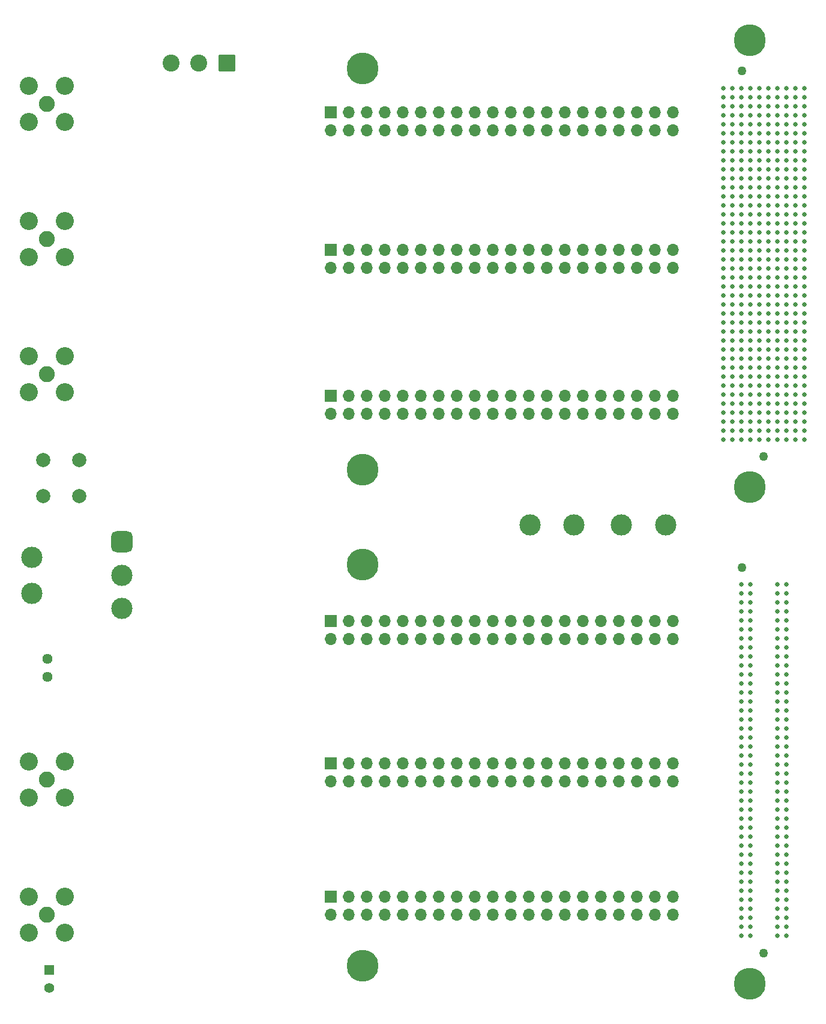
<source format=gbr>
%TF.GenerationSoftware,KiCad,Pcbnew,7.0.10-7.0.10~ubuntu22.04.1*%
%TF.CreationDate,2024-03-14T13:40:30-04:00*%
%TF.ProjectId,dioBreakOutBoard,64696f42-7265-4616-9b4f-7574426f6172,rev?*%
%TF.SameCoordinates,Original*%
%TF.FileFunction,Soldermask,Top*%
%TF.FilePolarity,Negative*%
%FSLAX46Y46*%
G04 Gerber Fmt 4.6, Leading zero omitted, Abs format (unit mm)*
G04 Created by KiCad (PCBNEW 7.0.10-7.0.10~ubuntu22.04.1) date 2024-03-14 13:40:30*
%MOMM*%
%LPD*%
G01*
G04 APERTURE LIST*
G04 Aperture macros list*
%AMRoundRect*
0 Rectangle with rounded corners*
0 $1 Rounding radius*
0 $2 $3 $4 $5 $6 $7 $8 $9 X,Y pos of 4 corners*
0 Add a 4 corners polygon primitive as box body*
4,1,4,$2,$3,$4,$5,$6,$7,$8,$9,$2,$3,0*
0 Add four circle primitives for the rounded corners*
1,1,$1+$1,$2,$3*
1,1,$1+$1,$4,$5*
1,1,$1+$1,$6,$7*
1,1,$1+$1,$8,$9*
0 Add four rect primitives between the rounded corners*
20,1,$1+$1,$2,$3,$4,$5,0*
20,1,$1+$1,$4,$5,$6,$7,0*
20,1,$1+$1,$6,$7,$8,$9,0*
20,1,$1+$1,$8,$9,$2,$3,0*%
G04 Aperture macros list end*
%ADD10C,3.000000*%
%ADD11C,3.100000*%
%ADD12C,4.500000*%
%ADD13C,1.270000*%
%ADD14C,0.640000*%
%ADD15R,1.700000X1.700000*%
%ADD16O,1.700000X1.700000*%
%ADD17C,2.250000*%
%ADD18C,2.550000*%
%ADD19R,1.397000X1.397000*%
%ADD20C,1.397000*%
%ADD21C,1.440000*%
%ADD22C,2.000000*%
%ADD23RoundRect,0.250001X0.949999X0.949999X-0.949999X0.949999X-0.949999X-0.949999X0.949999X-0.949999X0*%
%ADD24C,2.400000*%
%ADD25RoundRect,0.750000X-0.750000X-0.750000X0.750000X-0.750000X0.750000X0.750000X-0.750000X0.750000X0*%
G04 APERTURE END LIST*
D10*
%TO.C,TP4*%
X199400000Y-91100000D03*
%TD*%
D11*
%TO.C,H2*%
X230400000Y-22750000D03*
D12*
X230400000Y-22750000D03*
%TD*%
D11*
%TO.C,H1*%
X175800000Y-26700000D03*
D12*
X175800000Y-26700000D03*
%TD*%
D10*
%TO.C,TP2*%
X205650000Y-91050000D03*
%TD*%
D13*
%TO.C,J2*%
X232400000Y-81460000D03*
X229350000Y-27080000D03*
D14*
X238115000Y-79035000D03*
X238115000Y-77765000D03*
X238115000Y-76495000D03*
X238115000Y-75225000D03*
X238115000Y-73955000D03*
X238115000Y-72685000D03*
X238115000Y-71415000D03*
X238115000Y-70145000D03*
X238115000Y-68875000D03*
X238115000Y-67605000D03*
X238115000Y-66335000D03*
X238115000Y-65065000D03*
X238115000Y-63795000D03*
X238115000Y-62525000D03*
X238115000Y-61255000D03*
X238115000Y-59985000D03*
X238115000Y-58715000D03*
X238115000Y-57445000D03*
X238115000Y-56175000D03*
X238115000Y-54910000D03*
X238115000Y-53630000D03*
X238115000Y-52365000D03*
X238115000Y-51095000D03*
X238115000Y-49825000D03*
X238115000Y-48555000D03*
X238115000Y-47285000D03*
X238115000Y-46015000D03*
X238115000Y-44745000D03*
X238115000Y-43475000D03*
X238115000Y-42205000D03*
X238115000Y-40935000D03*
X238115000Y-39665000D03*
X238115000Y-38395000D03*
X238115000Y-37125000D03*
X238115000Y-35855000D03*
X238115000Y-34585000D03*
X238115000Y-33315000D03*
X238115000Y-32045000D03*
X238115000Y-30775000D03*
X238115000Y-29505000D03*
X236845000Y-79035000D03*
X236845000Y-77765000D03*
X236845000Y-76495000D03*
X236845000Y-75225000D03*
X236845000Y-73955000D03*
X236845000Y-72685000D03*
X236845000Y-71415000D03*
X236845000Y-70145000D03*
X236845000Y-68875000D03*
X236845000Y-67605000D03*
X236845000Y-66335000D03*
X236845000Y-65065000D03*
X236845000Y-63795000D03*
X236845000Y-62525000D03*
X236845000Y-61255000D03*
X236845000Y-59985000D03*
X236845000Y-58715000D03*
X236845000Y-57445000D03*
X236845000Y-56175000D03*
X236845000Y-54910000D03*
X236845000Y-53630000D03*
X236845000Y-52365000D03*
X236845000Y-51095000D03*
X236845000Y-49825000D03*
X236845000Y-48555000D03*
X236845000Y-47285000D03*
X236845000Y-46015000D03*
X236845000Y-44745000D03*
X236845000Y-43475000D03*
X236845000Y-42205000D03*
X236845000Y-40935000D03*
X236845000Y-39665000D03*
X236845000Y-38395000D03*
X236845000Y-37125000D03*
X236845000Y-35855000D03*
X236845000Y-34585000D03*
X236845000Y-33315000D03*
X236845000Y-32045000D03*
X236845000Y-30775000D03*
X236845000Y-29505000D03*
X235575000Y-79035000D03*
X235575000Y-77765000D03*
X235575000Y-76495000D03*
X235575000Y-75225000D03*
X235575000Y-73955000D03*
X235575000Y-72685000D03*
X235575000Y-71415000D03*
X235575000Y-70145000D03*
X235575000Y-68875000D03*
X235575000Y-67605000D03*
X235575000Y-66335000D03*
X235575000Y-65065000D03*
X235575000Y-63795000D03*
X235575000Y-62525000D03*
X235575000Y-61255000D03*
X235575000Y-59985000D03*
X235575000Y-58715000D03*
X235575000Y-57445000D03*
X235575000Y-56175000D03*
X235575000Y-54910000D03*
X235575000Y-53630000D03*
X235575000Y-52365000D03*
X235575000Y-51095000D03*
X235575000Y-49825000D03*
X235575000Y-48555000D03*
X235575000Y-47285000D03*
X235575000Y-46015000D03*
X235575000Y-44745000D03*
X235575000Y-43475000D03*
X235575000Y-42205000D03*
X235575000Y-40935000D03*
X235575000Y-39665000D03*
X235575000Y-38395000D03*
X235575000Y-37125000D03*
X235575000Y-35855000D03*
X235575000Y-34585000D03*
X235575000Y-33315000D03*
X235575000Y-32045000D03*
X235575000Y-30775000D03*
X235575000Y-29505000D03*
X234305000Y-79035000D03*
X234305000Y-77765000D03*
X234305000Y-76495000D03*
X234305000Y-75225000D03*
X234305000Y-73955000D03*
X234305000Y-72685000D03*
X234305000Y-71415000D03*
X234305000Y-70145000D03*
X234305000Y-68875000D03*
X234305000Y-67605000D03*
X234305000Y-66335000D03*
X234305000Y-65065000D03*
X234305000Y-63795000D03*
X234305000Y-62525000D03*
X234305000Y-61255000D03*
X234305000Y-59985000D03*
X234305000Y-58715000D03*
X234305000Y-57445000D03*
X234305000Y-56175000D03*
X234305000Y-54910000D03*
X234305000Y-53630000D03*
X234305000Y-52365000D03*
X234305000Y-51095000D03*
X234305000Y-49825000D03*
X234305000Y-48555000D03*
X234305000Y-47285000D03*
X234305000Y-46015000D03*
X234305000Y-44745000D03*
X234305000Y-43475000D03*
X234305000Y-42205000D03*
X234305000Y-40935000D03*
X234305000Y-39665000D03*
X234305000Y-38395000D03*
X234305000Y-37125000D03*
X234305000Y-35855000D03*
X234305000Y-34585000D03*
X234305000Y-33315000D03*
X234305000Y-32045000D03*
X234305000Y-30775000D03*
X234305000Y-29505000D03*
X233040000Y-79035000D03*
X233040000Y-77765000D03*
X233040000Y-76495000D03*
X233040000Y-75225000D03*
X233040000Y-73955000D03*
X233040000Y-72685000D03*
X233040000Y-71415000D03*
X233040000Y-70145000D03*
X233040000Y-68875000D03*
X233040000Y-67605000D03*
X233040000Y-66335000D03*
X233040000Y-65065000D03*
X233040000Y-63795000D03*
X233040000Y-62525000D03*
X233040000Y-61255000D03*
X233040000Y-59985000D03*
X233040000Y-58715000D03*
X233040000Y-57445000D03*
X233040000Y-56175000D03*
X233040000Y-54910000D03*
X233040000Y-53630000D03*
X233040000Y-52365000D03*
X233040000Y-51095000D03*
X233040000Y-49825000D03*
X233040000Y-48555000D03*
X233040000Y-47285000D03*
X233040000Y-46015000D03*
X233040000Y-44745000D03*
X233040000Y-43475000D03*
X233040000Y-42205000D03*
X233040000Y-40935000D03*
X233040000Y-39665000D03*
X233040000Y-38395000D03*
X233040000Y-37125000D03*
X233040000Y-35855000D03*
X233040000Y-34585000D03*
X233040000Y-33315000D03*
X233040000Y-32045000D03*
X233040000Y-30775000D03*
X233040000Y-29505000D03*
X231760000Y-79035000D03*
X231760000Y-77765000D03*
X231760000Y-76495000D03*
X231760000Y-75225000D03*
X231760000Y-73955000D03*
X231760000Y-72685000D03*
X231760000Y-71415000D03*
X231760000Y-70145000D03*
X231760000Y-68875000D03*
X231760000Y-67605000D03*
X231760000Y-66335000D03*
X231760000Y-65065000D03*
X231760000Y-63795000D03*
X231760000Y-62525000D03*
X231760000Y-61255000D03*
X231760000Y-59985000D03*
X231760000Y-58715000D03*
X231760000Y-57445000D03*
X231760000Y-56175000D03*
X231760000Y-54910000D03*
X231760000Y-53630000D03*
X231760000Y-52365000D03*
X231760000Y-51095000D03*
X231760000Y-49825000D03*
X231760000Y-48555000D03*
X231760000Y-47285000D03*
X231760000Y-46015000D03*
X231760000Y-44745000D03*
X231760000Y-43475000D03*
X231760000Y-42205000D03*
X231760000Y-40935000D03*
X231760000Y-39665000D03*
X231760000Y-38395000D03*
X231760000Y-37125000D03*
X231760000Y-35855000D03*
X231760000Y-34585000D03*
X231760000Y-33315000D03*
X231760000Y-32045000D03*
X231760000Y-30775000D03*
X231760000Y-29505000D03*
X230495000Y-79035000D03*
X230495000Y-77765000D03*
X230495000Y-76495000D03*
X230495000Y-75225000D03*
X230495000Y-73955000D03*
X230495000Y-72685000D03*
X230495000Y-71415000D03*
X230495000Y-70145000D03*
X230495000Y-68875000D03*
X230495000Y-67605000D03*
X230495000Y-66335000D03*
X230495000Y-65065000D03*
X230495000Y-63795000D03*
X230495000Y-62525000D03*
X230495000Y-61255000D03*
X230495000Y-59985000D03*
X230495000Y-58715000D03*
X230495000Y-57445000D03*
X230495000Y-56175000D03*
X230495000Y-54910000D03*
X230495000Y-53630000D03*
X230495000Y-52365000D03*
X230495000Y-51095000D03*
X230495000Y-49825000D03*
X230495000Y-48555000D03*
X230495000Y-47285000D03*
X230495000Y-46015000D03*
X230495000Y-44745000D03*
X230495000Y-43475000D03*
X230495000Y-42205000D03*
X230495000Y-40935000D03*
X230495000Y-39665000D03*
X230495000Y-38395000D03*
X230495000Y-37125000D03*
X230495000Y-35855000D03*
X230495000Y-34585000D03*
X230495000Y-33315000D03*
X230495000Y-32045000D03*
X230495000Y-30775000D03*
X230495000Y-29505000D03*
X229225000Y-79035000D03*
X229225000Y-77765000D03*
X229225000Y-76495000D03*
X229225000Y-75225000D03*
X229225000Y-73955000D03*
X229225000Y-72685000D03*
X229225000Y-71415000D03*
X229225000Y-70145000D03*
X229225000Y-68875000D03*
X229225000Y-67605000D03*
X229225000Y-66335000D03*
X229225000Y-65065000D03*
X229225000Y-63795000D03*
X229225000Y-62525000D03*
X229225000Y-61255000D03*
X229225000Y-59985000D03*
X229225000Y-58715000D03*
X229225000Y-57445000D03*
X229225000Y-56175000D03*
X229225000Y-54910000D03*
X229225000Y-53630000D03*
X229225000Y-52365000D03*
X229225000Y-51095000D03*
X229225000Y-49825000D03*
X229225000Y-48555000D03*
X229225000Y-47285000D03*
X229225000Y-46015000D03*
X229225000Y-44745000D03*
X229225000Y-43475000D03*
X229225000Y-42205000D03*
X229225000Y-40935000D03*
X229225000Y-39665000D03*
X229225000Y-38395000D03*
X229225000Y-37125000D03*
X229225000Y-35855000D03*
X229225000Y-34585000D03*
X229225000Y-33315000D03*
X229225000Y-32045000D03*
X229225000Y-30775000D03*
X229225000Y-29505000D03*
X227955000Y-79035000D03*
X227955000Y-77765000D03*
X227955000Y-76495000D03*
X227955000Y-75225000D03*
X227955000Y-73955000D03*
X227955000Y-72685000D03*
X227955000Y-71415000D03*
X227955000Y-70145000D03*
X227955000Y-68875000D03*
X227955000Y-67605000D03*
X227955000Y-66335000D03*
X227955000Y-65065000D03*
X227955000Y-63795000D03*
X227955000Y-62525000D03*
X227955000Y-61255000D03*
X227955000Y-59985000D03*
X227955000Y-58715000D03*
X227955000Y-57445000D03*
X227955000Y-56175000D03*
X227955000Y-54910000D03*
X227955000Y-53630000D03*
X227955000Y-52365000D03*
X227955000Y-51095000D03*
X227955000Y-49825000D03*
X227955000Y-48555000D03*
X227955000Y-47285000D03*
X227955000Y-46015000D03*
X227955000Y-44745000D03*
X227955000Y-43475000D03*
X227955000Y-42205000D03*
X227955000Y-40935000D03*
X227955000Y-39665000D03*
X227955000Y-38395000D03*
X227955000Y-37125000D03*
X227955000Y-35855000D03*
X227955000Y-34585000D03*
X227955000Y-33315000D03*
X227955000Y-32045000D03*
X227955000Y-30775000D03*
X227955000Y-29505000D03*
X226685000Y-79035000D03*
X226685000Y-77765000D03*
X226685000Y-76495000D03*
X226685000Y-75225000D03*
X226685000Y-73955000D03*
X226685000Y-72685000D03*
X226685000Y-71415000D03*
X226685000Y-70145000D03*
X226685000Y-68875000D03*
X226685000Y-67605000D03*
X226685000Y-66335000D03*
X226685000Y-65065000D03*
X226685000Y-63795000D03*
X226685000Y-62525000D03*
X226685000Y-61255000D03*
X226685000Y-59985000D03*
X226685000Y-58715000D03*
X226685000Y-57445000D03*
X226685000Y-56175000D03*
X226685000Y-54910000D03*
X226685000Y-53630000D03*
X226685000Y-52365000D03*
X226685000Y-51095000D03*
X226685000Y-49825000D03*
X226685000Y-48555000D03*
X226685000Y-47285000D03*
X226685000Y-46015000D03*
X226685000Y-44745000D03*
X226685000Y-43475000D03*
X226685000Y-42205000D03*
X226685000Y-40935000D03*
X226685000Y-39665000D03*
X226685000Y-38395000D03*
X226685000Y-37125000D03*
X226685000Y-35855000D03*
X226685000Y-34585000D03*
X226685000Y-33315000D03*
X226685000Y-32045000D03*
X226685000Y-30775000D03*
X226685000Y-29505000D03*
%TD*%
D11*
%TO.C,H5*%
X175800000Y-153250000D03*
D12*
X175800000Y-153250000D03*
%TD*%
D11*
%TO.C,H4*%
X230400000Y-85750000D03*
D12*
X230400000Y-85750000D03*
%TD*%
D10*
%TO.C,TP3*%
X218550000Y-91100000D03*
%TD*%
D11*
%TO.C,H7*%
X175800000Y-96700000D03*
D12*
X175800000Y-96700000D03*
%TD*%
D11*
%TO.C,H6*%
X230400000Y-155750000D03*
D12*
X230400000Y-155750000D03*
%TD*%
D13*
%TO.C,P1*%
X232400000Y-151450000D03*
X229350000Y-97070000D03*
D14*
X235575000Y-149025000D03*
X235575000Y-147755000D03*
X235575000Y-146485000D03*
X235575000Y-145215000D03*
X235575000Y-143945000D03*
X235575000Y-142675000D03*
X235575000Y-141405000D03*
X235575000Y-140135000D03*
X235575000Y-138865000D03*
X235575000Y-137595000D03*
X235575000Y-136325000D03*
X235575000Y-135055000D03*
X235575000Y-133785000D03*
X235575000Y-132515000D03*
X235575000Y-131245000D03*
X235575000Y-129975000D03*
X235575000Y-128705000D03*
X235575000Y-127435000D03*
X235575000Y-126165000D03*
X235575000Y-124900000D03*
X235575000Y-123620000D03*
X235575000Y-122355000D03*
X235575000Y-121085000D03*
X235575000Y-119815000D03*
X235575000Y-118545000D03*
X235575000Y-117275000D03*
X235575000Y-116005000D03*
X235575000Y-114735000D03*
X235575000Y-113465000D03*
X235575000Y-112195000D03*
X235575000Y-110925000D03*
X235575000Y-109655000D03*
X235575000Y-108385000D03*
X235575000Y-107115000D03*
X235575000Y-105845000D03*
X235575000Y-104575000D03*
X235575000Y-103305000D03*
X235575000Y-102035000D03*
X235575000Y-100765000D03*
X235575000Y-99495000D03*
X234305000Y-149025000D03*
X234305000Y-147755000D03*
X234305000Y-146485000D03*
X234305000Y-145215000D03*
X234305000Y-143945000D03*
X234305000Y-142675000D03*
X234305000Y-141405000D03*
X234305000Y-140135000D03*
X234305000Y-138865000D03*
X234305000Y-137595000D03*
X234305000Y-136325000D03*
X234305000Y-135055000D03*
X234305000Y-133785000D03*
X234305000Y-132515000D03*
X234305000Y-131245000D03*
X234305000Y-129975000D03*
X234305000Y-128705000D03*
X234305000Y-127435000D03*
X234305000Y-126165000D03*
X234305000Y-124900000D03*
X234305000Y-123620000D03*
X234305000Y-122355000D03*
X234305000Y-121085000D03*
X234305000Y-119815000D03*
X234305000Y-118545000D03*
X234305000Y-117275000D03*
X234305000Y-116005000D03*
X234305000Y-114735000D03*
X234305000Y-113465000D03*
X234305000Y-112195000D03*
X234305000Y-110925000D03*
X234305000Y-109655000D03*
X234305000Y-108385000D03*
X234305000Y-107115000D03*
X234305000Y-105845000D03*
X234305000Y-104575000D03*
X234305000Y-103305000D03*
X234305000Y-102035000D03*
X234305000Y-100765000D03*
X234305000Y-99495000D03*
X230495000Y-149025000D03*
X230495000Y-147755000D03*
X230495000Y-146485000D03*
X230495000Y-145215000D03*
X230495000Y-143945000D03*
X230495000Y-142675000D03*
X230495000Y-141405000D03*
X230495000Y-140135000D03*
X230495000Y-138865000D03*
X230495000Y-137595000D03*
X230495000Y-136325000D03*
X230495000Y-135055000D03*
X230495000Y-133785000D03*
X230495000Y-132515000D03*
X230495000Y-131245000D03*
X230495000Y-129975000D03*
X230495000Y-128705000D03*
X230495000Y-127435000D03*
X230495000Y-126165000D03*
X230495000Y-124900000D03*
X230495000Y-123620000D03*
X230495000Y-122355000D03*
X230495000Y-121085000D03*
X230495000Y-119815000D03*
X230495000Y-118545000D03*
X230495000Y-117275000D03*
X230495000Y-116005000D03*
X230495000Y-114735000D03*
X230495000Y-113465000D03*
X230495000Y-112195000D03*
X230495000Y-110925000D03*
X230495000Y-109655000D03*
X230495000Y-108385000D03*
X230495000Y-107115000D03*
X230495000Y-105845000D03*
X230495000Y-104575000D03*
X230495000Y-103305000D03*
X230495000Y-102035000D03*
X230495000Y-100765000D03*
X230495000Y-99495000D03*
X229225000Y-149025000D03*
X229225000Y-147755000D03*
X229225000Y-146485000D03*
X229225000Y-145215000D03*
X229225000Y-143945000D03*
X229225000Y-142675000D03*
X229225000Y-141405000D03*
X229225000Y-140135000D03*
X229225000Y-138865000D03*
X229225000Y-137595000D03*
X229225000Y-136325000D03*
X229225000Y-135055000D03*
X229225000Y-133785000D03*
X229225000Y-132515000D03*
X229225000Y-131245000D03*
X229225000Y-129975000D03*
X229225000Y-128705000D03*
X229225000Y-127435000D03*
X229225000Y-126165000D03*
X229225000Y-124900000D03*
X229225000Y-123620000D03*
X229225000Y-122355000D03*
X229225000Y-121085000D03*
X229225000Y-119815000D03*
X229225000Y-118545000D03*
X229225000Y-117275000D03*
X229225000Y-116005000D03*
X229225000Y-114735000D03*
X229225000Y-113465000D03*
X229225000Y-112195000D03*
X229225000Y-110925000D03*
X229225000Y-109655000D03*
X229225000Y-108385000D03*
X229225000Y-107115000D03*
X229225000Y-105845000D03*
X229225000Y-104575000D03*
X229225000Y-103305000D03*
X229225000Y-102035000D03*
X229225000Y-100765000D03*
X229225000Y-99495000D03*
%TD*%
D11*
%TO.C,H3*%
X175800000Y-83250000D03*
D12*
X175800000Y-83250000D03*
%TD*%
D10*
%TO.C,TP1*%
X212300000Y-91100000D03*
%TD*%
D15*
%TO.C,J6*%
X171348400Y-143510000D03*
D16*
X171348400Y-146050000D03*
X173888400Y-143510000D03*
X173888400Y-146050000D03*
X176428400Y-143510000D03*
X176428400Y-146050000D03*
X178968400Y-143510000D03*
X178968400Y-146050000D03*
X181508400Y-143510000D03*
X181508400Y-146050000D03*
X184048400Y-143510000D03*
X184048400Y-146050000D03*
X186588400Y-143510000D03*
X186588400Y-146050000D03*
X189128400Y-143510000D03*
X189128400Y-146050000D03*
X191668400Y-143510000D03*
X191668400Y-146050000D03*
X194208400Y-143510000D03*
X194208400Y-146050000D03*
X196748400Y-143510000D03*
X196748400Y-146050000D03*
X199288400Y-143510000D03*
X199288400Y-146050000D03*
X201828400Y-143510000D03*
X201828400Y-146050000D03*
X204368400Y-143510000D03*
X204368400Y-146050000D03*
X206908400Y-143510000D03*
X206908400Y-146050000D03*
X209448400Y-143510000D03*
X209448400Y-146050000D03*
X211988400Y-143510000D03*
X211988400Y-146050000D03*
X214528400Y-143510000D03*
X214528400Y-146050000D03*
X217068400Y-143510000D03*
X217068400Y-146050000D03*
X219608400Y-143510000D03*
X219608400Y-146050000D03*
%TD*%
D17*
%TO.C,J12*%
X131267200Y-69850000D03*
D18*
X128727200Y-72390000D03*
X128727200Y-67310000D03*
X133807200Y-67310000D03*
X133807200Y-72390000D03*
%TD*%
D19*
%TO.C,D2*%
X131591050Y-153820000D03*
D20*
X131591050Y-156360000D03*
%TD*%
D17*
%TO.C,J11*%
X131267200Y-50800000D03*
D18*
X128727200Y-53340000D03*
X128727200Y-48260000D03*
X133807200Y-48260000D03*
X133807200Y-53340000D03*
%TD*%
D17*
%TO.C,J9*%
X131267200Y-127000000D03*
D18*
X128727200Y-129540000D03*
X128727200Y-124460000D03*
X133807200Y-124460000D03*
X133807200Y-129540000D03*
%TD*%
D21*
%TO.C,D4*%
X131340000Y-110000000D03*
X131340000Y-112540000D03*
%TD*%
D15*
%TO.C,J7*%
X171348400Y-124714000D03*
D16*
X171348400Y-127254000D03*
X173888400Y-124714000D03*
X173888400Y-127254000D03*
X176428400Y-124714000D03*
X176428400Y-127254000D03*
X178968400Y-124714000D03*
X178968400Y-127254000D03*
X181508400Y-124714000D03*
X181508400Y-127254000D03*
X184048400Y-124714000D03*
X184048400Y-127254000D03*
X186588400Y-124714000D03*
X186588400Y-127254000D03*
X189128400Y-124714000D03*
X189128400Y-127254000D03*
X191668400Y-124714000D03*
X191668400Y-127254000D03*
X194208400Y-124714000D03*
X194208400Y-127254000D03*
X196748400Y-124714000D03*
X196748400Y-127254000D03*
X199288400Y-124714000D03*
X199288400Y-127254000D03*
X201828400Y-124714000D03*
X201828400Y-127254000D03*
X204368400Y-124714000D03*
X204368400Y-127254000D03*
X206908400Y-124714000D03*
X206908400Y-127254000D03*
X209448400Y-124714000D03*
X209448400Y-127254000D03*
X211988400Y-124714000D03*
X211988400Y-127254000D03*
X214528400Y-124714000D03*
X214528400Y-127254000D03*
X217068400Y-124714000D03*
X217068400Y-127254000D03*
X219608400Y-124714000D03*
X219608400Y-127254000D03*
%TD*%
D17*
%TO.C,J13*%
X131267200Y-31750000D03*
D18*
X128727200Y-34290000D03*
X128727200Y-29210000D03*
X133807200Y-29210000D03*
X133807200Y-34290000D03*
%TD*%
D15*
%TO.C,J4*%
X171348400Y-52344400D03*
D16*
X171348400Y-54884400D03*
X173888400Y-52344400D03*
X173888400Y-54884400D03*
X176428400Y-52344400D03*
X176428400Y-54884400D03*
X178968400Y-52344400D03*
X178968400Y-54884400D03*
X181508400Y-52344400D03*
X181508400Y-54884400D03*
X184048400Y-52344400D03*
X184048400Y-54884400D03*
X186588400Y-52344400D03*
X186588400Y-54884400D03*
X189128400Y-52344400D03*
X189128400Y-54884400D03*
X191668400Y-52344400D03*
X191668400Y-54884400D03*
X194208400Y-52344400D03*
X194208400Y-54884400D03*
X196748400Y-52344400D03*
X196748400Y-54884400D03*
X199288400Y-52344400D03*
X199288400Y-54884400D03*
X201828400Y-52344400D03*
X201828400Y-54884400D03*
X204368400Y-52344400D03*
X204368400Y-54884400D03*
X206908400Y-52344400D03*
X206908400Y-54884400D03*
X209448400Y-52344400D03*
X209448400Y-54884400D03*
X211988400Y-52344400D03*
X211988400Y-54884400D03*
X214528400Y-52344400D03*
X214528400Y-54884400D03*
X217068400Y-52344400D03*
X217068400Y-54884400D03*
X219608400Y-52344400D03*
X219608400Y-54884400D03*
%TD*%
D15*
%TO.C,J3*%
X171348400Y-72847200D03*
D16*
X171348400Y-75387200D03*
X173888400Y-72847200D03*
X173888400Y-75387200D03*
X176428400Y-72847200D03*
X176428400Y-75387200D03*
X178968400Y-72847200D03*
X178968400Y-75387200D03*
X181508400Y-72847200D03*
X181508400Y-75387200D03*
X184048400Y-72847200D03*
X184048400Y-75387200D03*
X186588400Y-72847200D03*
X186588400Y-75387200D03*
X189128400Y-72847200D03*
X189128400Y-75387200D03*
X191668400Y-72847200D03*
X191668400Y-75387200D03*
X194208400Y-72847200D03*
X194208400Y-75387200D03*
X196748400Y-72847200D03*
X196748400Y-75387200D03*
X199288400Y-72847200D03*
X199288400Y-75387200D03*
X201828400Y-72847200D03*
X201828400Y-75387200D03*
X204368400Y-72847200D03*
X204368400Y-75387200D03*
X206908400Y-72847200D03*
X206908400Y-75387200D03*
X209448400Y-72847200D03*
X209448400Y-75387200D03*
X211988400Y-72847200D03*
X211988400Y-75387200D03*
X214528400Y-72847200D03*
X214528400Y-75387200D03*
X217068400Y-72847200D03*
X217068400Y-75387200D03*
X219608400Y-72847200D03*
X219608400Y-75387200D03*
%TD*%
D15*
%TO.C,J5*%
X171348400Y-32943800D03*
D16*
X171348400Y-35483800D03*
X173888400Y-32943800D03*
X173888400Y-35483800D03*
X176428400Y-32943800D03*
X176428400Y-35483800D03*
X178968400Y-32943800D03*
X178968400Y-35483800D03*
X181508400Y-32943800D03*
X181508400Y-35483800D03*
X184048400Y-32943800D03*
X184048400Y-35483800D03*
X186588400Y-32943800D03*
X186588400Y-35483800D03*
X189128400Y-32943800D03*
X189128400Y-35483800D03*
X191668400Y-32943800D03*
X191668400Y-35483800D03*
X194208400Y-32943800D03*
X194208400Y-35483800D03*
X196748400Y-32943800D03*
X196748400Y-35483800D03*
X199288400Y-32943800D03*
X199288400Y-35483800D03*
X201828400Y-32943800D03*
X201828400Y-35483800D03*
X204368400Y-32943800D03*
X204368400Y-35483800D03*
X206908400Y-32943800D03*
X206908400Y-35483800D03*
X209448400Y-32943800D03*
X209448400Y-35483800D03*
X211988400Y-32943800D03*
X211988400Y-35483800D03*
X214528400Y-32943800D03*
X214528400Y-35483800D03*
X217068400Y-32943800D03*
X217068400Y-35483800D03*
X219608400Y-32943800D03*
X219608400Y-35483800D03*
%TD*%
D15*
%TO.C,J8*%
X171348400Y-104648000D03*
D16*
X171348400Y-107188000D03*
X173888400Y-104648000D03*
X173888400Y-107188000D03*
X176428400Y-104648000D03*
X176428400Y-107188000D03*
X178968400Y-104648000D03*
X178968400Y-107188000D03*
X181508400Y-104648000D03*
X181508400Y-107188000D03*
X184048400Y-104648000D03*
X184048400Y-107188000D03*
X186588400Y-104648000D03*
X186588400Y-107188000D03*
X189128400Y-104648000D03*
X189128400Y-107188000D03*
X191668400Y-104648000D03*
X191668400Y-107188000D03*
X194208400Y-104648000D03*
X194208400Y-107188000D03*
X196748400Y-104648000D03*
X196748400Y-107188000D03*
X199288400Y-104648000D03*
X199288400Y-107188000D03*
X201828400Y-104648000D03*
X201828400Y-107188000D03*
X204368400Y-104648000D03*
X204368400Y-107188000D03*
X206908400Y-104648000D03*
X206908400Y-107188000D03*
X209448400Y-104648000D03*
X209448400Y-107188000D03*
X211988400Y-104648000D03*
X211988400Y-107188000D03*
X214528400Y-104648000D03*
X214528400Y-107188000D03*
X217068400Y-104648000D03*
X217068400Y-107188000D03*
X219608400Y-104648000D03*
X219608400Y-107188000D03*
%TD*%
D22*
%TO.C,SW2*%
X135890000Y-81920000D03*
X130810000Y-81920000D03*
X135890000Y-87000000D03*
X130810000Y-87000000D03*
%TD*%
D23*
%TO.C,J1*%
X156700000Y-25940000D03*
D24*
X152740000Y-25940000D03*
X148780000Y-25940000D03*
%TD*%
D17*
%TO.C,J10*%
X131267200Y-146050000D03*
D18*
X128727200Y-148590000D03*
X128727200Y-143510000D03*
X133807200Y-143510000D03*
X133807200Y-148590000D03*
%TD*%
D10*
%TO.C,SW1*%
X129150000Y-100704000D03*
X129150000Y-95624000D03*
D25*
X141850000Y-93465000D03*
D10*
X141850000Y-98164000D03*
X141850000Y-102863000D03*
%TD*%
M02*

</source>
